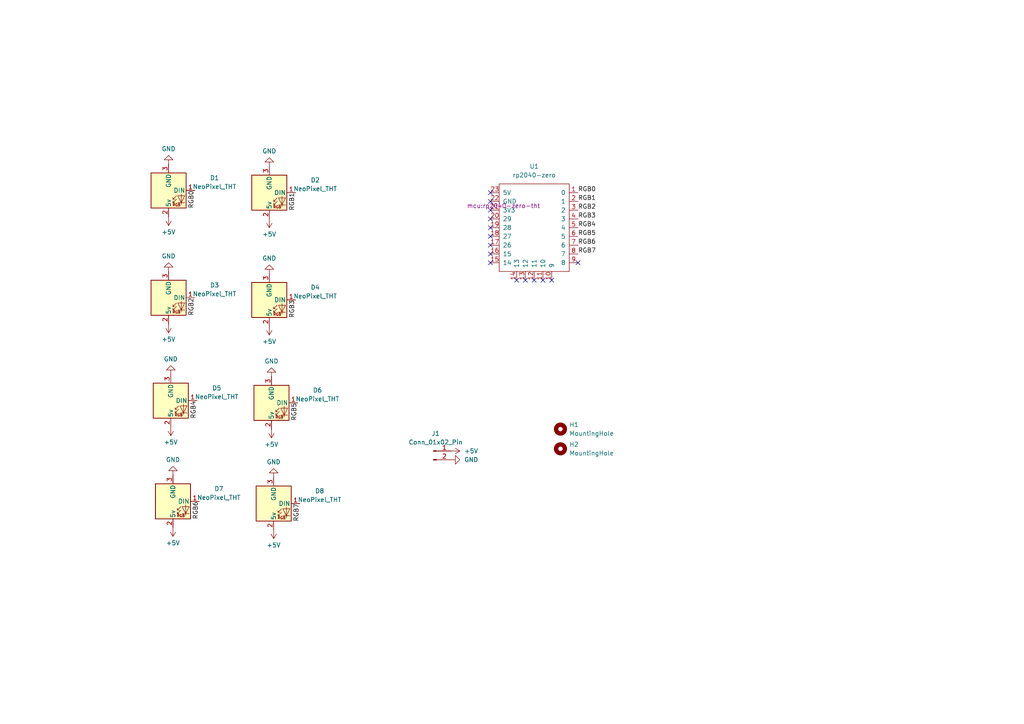
<source format=kicad_sch>
(kicad_sch (version 20230121) (generator eeschema)
  (paper "A4")
  (lib_symbols
    (symbol "Connector:Conn_01x02_Pin" (pin_names (offset 1.016) hide)
      (property "Reference" "J" (at 0 2.54 0))
      (property "Value" "Conn_01x02_Pin" (at 0 -5.08 0))
      (symbol "Conn_01x02_Pin_1_1"
        (polyline (pts (xy 1.27 -2.54) (xy 0.8636 -2.54)) (stroke (width 0.1524)))
        (polyline (pts (xy 1.27 0) (xy 0.8636 0)) (stroke (width 0.1524)))
        (rectangle (start 0.8636 -2.413) (end 0 -2.667) (stroke (width 0.1524)) (fill (type outline)))
        (rectangle (start 0.8636 0.127) (end 0 -0.127) (stroke (width 0.1524)) (fill (type outline)))
        (pin passive line (at 5.08 0 180) (length 3.81) (name "Pin_1") (number "1"))
        (pin passive line (at 5.08 -2.54 180) (length 3.81) (name "Pin_2") (number "2"))
      )
    )
    (symbol "LED:NeoPixel_THT" (pin_names (offset 0.254))
      (property "Reference" "D1" (at 13.335 3.6479 0))
      (property "Value" "NeoPixel_THT" (at 13.335 1.1079 0))
      (symbol "NeoPixel_THT_0_0"
        (text "RGB" (at 2.286 -4.191 0) (effects (font (size 0.762 0.762))))
      )
      (symbol "NeoPixel_THT_0_1"
        (rectangle (start -5.08 5.08) (end 5.08 -5.08) (stroke (width 0.254)) (fill (type background)))
        (polyline (pts (xy 1.27 -3.556) (xy 1.778 -3.556)))
        (polyline (pts (xy 1.27 -2.54) (xy 1.778 -2.54)))
        (polyline (pts (xy 4.699 -3.556) (xy 2.667 -3.556)))
        (polyline (pts (xy 2.286 -2.54) (xy 1.27 -3.556) (xy 1.27 -3.048)))
        (polyline (pts (xy 2.286 -1.524) (xy 1.27 -2.54) (xy 1.27 -2.032)))
        (polyline (pts (xy 3.683 -1.016) (xy 3.683 -3.556) (xy 3.683 -4.064)))
        (polyline (pts (xy 4.699 -1.524) (xy 2.667 -1.524) (xy 3.683 -3.556) (xy 4.699 -1.524)))
      )
      (symbol "NeoPixel_THT_1_1"
        (pin input line (at 7.62 0 180) (length 2.54) (name "DIN") (number "1"))
        (pin power_in line (at 0 -7.62 90) (length 2.54) (name "5v") (number "2"))
        (pin power_in line (at 0 7.62 270) (length 2.54) (name "GND") (number "3"))
      )
    )
    (symbol "Mechanical:MountingHole" (pin_names (offset 1.016))
      (property "Reference" "H" (at 0 5.08 0))
      (property "Value" "MountingHole" (at 0 3.175 0))
      (symbol "MountingHole_0_1"
        (circle (center 0 0) (radius 1.27) (stroke (width 1.27)))
      )
    )
    (symbol "mcu:rp2040-zero" (pin_names (offset 1.016))
      (property "Reference" "U" (at 0 15.24 0))
      (property "Value" "rp2040-zero" (at 0 12.7 0))
      (symbol "rp2040-zero_0_1"
        (rectangle (start -10.16 11.43) (end 10.16 -13.97))
      )
      (symbol "rp2040-zero_1_1"
        (pin bidirectional line (at 12.7 8.89 180) (length 2.54) (name "0") (number "1"))
        (pin bidirectional line (at 5.08 -16.51 90) (length 2.54) (name "9") (number "10"))
        (pin bidirectional line (at 2.54 -16.51 90) (length 2.54) (name "10") (number "11"))
        (pin bidirectional line (at 0 -16.51 90) (length 2.54) (name "11") (number "12"))
        (pin bidirectional line (at -2.54 -16.51 90) (length 2.54) (name "12") (number "13"))
        (pin bidirectional line (at -5.08 -16.51 90) (length 2.54) (name "13") (number "14"))
        (pin bidirectional line (at -12.7 -11.43 0) (length 2.54) (name "14") (number "15"))
        (pin bidirectional line (at -12.7 -8.89 0) (length 2.54) (name "15") (number "16"))
        (pin bidirectional line (at -12.7 -6.35 0) (length 2.54) (name "26") (number "17"))
        (pin bidirectional line (at -12.7 -3.81 0) (length 2.54) (name "27") (number "18"))
        (pin bidirectional line (at -12.7 -1.27 0) (length 2.54) (name "28") (number "19"))
        (pin bidirectional line (at 12.7 6.35 180) (length 2.54) (name "1") (number "2"))
        (pin bidirectional line (at -12.7 1.27 0) (length 2.54) (name "29") (number "20"))
        (pin power_out line (at -12.7 3.81 0) (length 2.54) (name "3V3") (number "21"))
        (pin power_out line (at -12.7 6.35 0) (length 2.54) (name "GND") (number "22"))
        (pin power_out line (at -12.7 8.89 0) (length 2.54) (name "5V") (number "23"))
        (pin bidirectional line (at 12.7 3.81 180) (length 2.54) (name "2") (number "3"))
        (pin bidirectional line (at 12.7 1.27 180) (length 2.54) (name "3") (number "4"))
        (pin bidirectional line (at 12.7 -1.27 180) (length 2.54) (name "4") (number "5"))
        (pin bidirectional line (at 12.7 -3.81 180) (length 2.54) (name "5") (number "6"))
        (pin bidirectional line (at 12.7 -6.35 180) (length 2.54) (name "6") (number "7"))
        (pin bidirectional line (at 12.7 -8.89 180) (length 2.54) (name "7") (number "8"))
        (pin bidirectional line (at 12.7 -11.43 180) (length 2.54) (name "8") (number "9"))
      )
    )
    (symbol "power:+5V" (power) (pin_names (offset 0))
      (property "Value" "+5V" (at 0 3.556 0))
      (symbol "+5V_0_1"
        (polyline (pts (xy -0.762 1.27) (xy 0 2.54)))
        (polyline (pts (xy 0 0) (xy 0 2.54)))
        (polyline (pts (xy 0 2.54) (xy 0.762 1.27)))
      )
      (symbol "+5V_1_1"
        (pin power_in line (at 0 0 90) (length 0) hide (name "+5V") (number "1"))
      )
    )
    (symbol "power:GND" (power) (pin_names (offset 0))
      (property "Value" "GND" (at 0 -3.81 0))
      (symbol "GND_0_1"
        (polyline (pts (xy 0 0) (xy 0 -1.27) (xy 1.27 -1.27) (xy 0 -2.54) (xy -1.27 -1.27) (xy 0 -1.27)))
      )
      (symbol "GND_1_1"
        (pin power_in line (at 0 0 270) (length 0) hide (name "GND") (number "1"))
      )
    )
  )
  (no_connect (at 142.24 66.04))
  (no_connect (at 152.4 81.28))
  (no_connect (at 142.24 68.58))
  (no_connect (at 142.24 60.96))
  (no_connect (at 142.24 55.88))
  (no_connect (at 142.24 73.66))
  (no_connect (at 160.02 81.28))
  (no_connect (at 149.86 81.28))
  (no_connect (at 142.24 76.2))
  (no_connect (at 142.24 63.5))
  (no_connect (at 142.24 58.42))
  (no_connect (at 142.24 71.12))
  (no_connect (at 154.94 81.28))
  (no_connect (at 167.64 76.2))
  (no_connect (at 157.48 81.28))
  (label "RGB6" (at 57.785 145.415 270))
  (label "RGB4" (at 167.64 66.04 0))
  (label "RGB3" (at 85.725 86.995 270))
  (label "RGB1" (at 85.725 55.88 270))
  (label "RGB5" (at 167.64 68.58 0))
  (label "RGB5" (at 86.36 116.84 270))
  (label "RGB0" (at 167.64 55.88 0))
  (label "RGB2" (at 167.64 60.96 0))
  (label "RGB2" (at 56.515 86.36 270))
  (label "RGB0" (at 56.515 55.245 270))
  (label "RGB7" (at 167.64 73.66 0))
  (label "RGB1" (at 167.64 58.42 0))
  (label "RGB4" (at 57.15 116.205 270))
  (label "RGB7" (at 86.995 146.05 270))
  (label "RGB3" (at 167.64 63.5 0))
  (label "RGB6" (at 167.64 71.12 0))
  (symbol (lib_id "LED:NeoPixel_THT") (at 78.105 55.88 0) (unit 1)
    (property "Reference" "D2" (at 91.44 52.2321 0))
    (property "Value" "NeoPixel_THT" (at 91.44 54.7721 0))
    (property "Footprint" "Connector_JST:JST_XH_B3B-XH-A_1x03_P2.50mm_Vertical" (effects hide))
    (property "Datasheet" "https://www.adafruit.com/product/1938" (effects hide))
  )
  (symbol (lib_id "mcu:rp2040-zero") (at 154.94 64.77 0) (unit 1)
    (property "Reference" "U1" (at 154.94 48.26 0))
    (property "Value" "rp2040-zero" (at 154.94 50.8 0))
    (property "Footprint" "mcu:rp2040-zero-tht" (at 146.05 59.69 0))
  )
  (symbol (lib_id "power:GND") (at 48.895 47.625 180) (unit 1)
    (property "Reference" "#PWR02" (effects hide))
    (property "Value" "GND" (at 48.895 43.18 0))
  )
  (symbol (lib_id "LED:NeoPixel_THT") (at 79.375 146.05 0) (unit 1)
    (property "Reference" "D8" (at 92.71 142.4021 0))
    (property "Value" "NeoPixel_THT" (at 92.71 144.9421 0))
    (property "Footprint" "Connector_JST:JST_XH_B3B-XH-A_1x03_P2.50mm_Vertical" (effects hide))
    (property "Datasheet" "https://www.adafruit.com/product/1938" (effects hide))
  )
  (symbol (lib_id "LED:NeoPixel_THT") (at 48.895 86.36 0) (unit 1)
    (property "Reference" "D3" (at 62.23 82.7121 0))
    (property "Value" "NeoPixel_THT" (at 62.23 85.2521 0))
    (property "Footprint" "Connector_JST:JST_XH_B3B-XH-A_1x03_P2.50mm_Vertical" (effects hide))
    (property "Datasheet" "https://www.adafruit.com/product/1938" (effects hide))
  )
  (symbol (lib_id "LED:NeoPixel_THT") (at 50.165 145.415 0) (unit 1)
    (property "Reference" "D7" (at 63.5 141.7671 0))
    (property "Value" "NeoPixel_THT" (at 63.5 144.3071 0))
    (property "Footprint" "Connector_JST:JST_XH_B3B-XH-A_1x03_P2.50mm_Vertical" (effects hide))
    (property "Datasheet" "https://www.adafruit.com/product/1938" (effects hide))
  )
  (symbol (lib_id "power:GND") (at 79.375 138.43 180) (unit 1)
    (property "Reference" "#PWR015" (effects hide))
    (property "Value" "GND" (at 79.375 133.985 0))
  )
  (symbol (lib_id "LED:NeoPixel_THT") (at 48.895 55.245 0) (unit 1)
    (property "Reference" "D1" (at 62.23 51.5971 0))
    (property "Value" "NeoPixel_THT" (at 62.23 54.1371 0))
    (property "Footprint" "Connector_JST:JST_XH_B3B-XH-A_1x03_P2.50mm_Vertical" (effects hide))
    (property "Datasheet" "https://www.adafruit.com/product/1938" (effects hide))
  )
  (symbol (lib_id "power:GND") (at 130.81 133.35 90) (unit 1)
    (property "Reference" "#PWR018" (effects hide))
    (property "Value" "GND" (at 134.62 133.35 90) (effects (justify right)))
  )
  (symbol (lib_id "power:+5V") (at 78.105 94.615 180) (unit 1)
    (property "Reference" "#PWR08" (effects hide))
    (property "Value" "+5V" (at 78.105 99.06 0))
  )
  (symbol (lib_id "LED:NeoPixel_THT") (at 78.105 86.995 0) (unit 1)
    (property "Reference" "D4" (at 91.44 83.3471 0))
    (property "Value" "NeoPixel_THT" (at 91.44 85.8871 0))
    (property "Footprint" "Connector_JST:JST_XH_B3B-XH-A_1x03_P2.50mm_Vertical" (effects hide))
    (property "Datasheet" "https://www.adafruit.com/product/1938" (effects hide))
  )
  (symbol (lib_id "Connector:Conn_01x02_Pin") (at 125.73 130.81 0) (unit 1)
    (property "Reference" "J1" (at 126.365 125.73 0))
    (property "Value" "Conn_01x02_Pin" (at 126.365 128.27 0))
    (property "Footprint" "TerminalBlock_Phoenix:TerminalBlock_Phoenix_MKDS-1,5-2_1x02_P5.00mm_Horizontal" (effects hide))
  )
  (symbol (lib_id "LED:NeoPixel_THT") (at 78.74 116.84 0) (unit 1)
    (property "Reference" "D6" (at 92.075 113.1921 0))
    (property "Value" "NeoPixel_THT" (at 92.075 115.7321 0))
    (property "Footprint" "Connector_JST:JST_XH_B3B-XH-A_1x03_P2.50mm_Vertical" (effects hide))
    (property "Datasheet" "https://www.adafruit.com/product/1938" (effects hide))
  )
  (symbol (lib_id "power:GND") (at 48.895 78.74 180) (unit 1)
    (property "Reference" "#PWR05" (effects hide))
    (property "Value" "GND" (at 48.895 74.295 0))
  )
  (symbol (lib_id "power:GND") (at 49.53 108.585 180) (unit 1)
    (property "Reference" "#PWR09" (effects hide))
    (property "Value" "GND" (at 49.53 104.14 0))
  )
  (symbol (lib_id "power:+5V") (at 50.165 153.035 180) (unit 1)
    (property "Reference" "#PWR014" (effects hide))
    (property "Value" "+5V" (at 50.165 157.48 0))
  )
  (symbol (lib_id "power:+5V") (at 78.105 63.5 180) (unit 1)
    (property "Reference" "#PWR04" (effects hide))
    (property "Value" "+5V" (at 78.105 67.945 0))
  )
  (symbol (lib_id "power:GND") (at 78.105 48.26 180) (unit 1)
    (property "Reference" "#PWR03" (effects hide))
    (property "Value" "GND" (at 78.105 43.815 0))
  )
  (symbol (lib_id "power:+5V") (at 48.895 62.865 180) (unit 1)
    (property "Reference" "#PWR01" (effects hide))
    (property "Value" "+5V" (at 48.895 67.31 0))
  )
  (symbol (lib_id "power:GND") (at 50.165 137.795 180) (unit 1)
    (property "Reference" "#PWR013" (effects hide))
    (property "Value" "GND" (at 50.165 133.35 0))
  )
  (symbol (lib_id "LED:NeoPixel_THT") (at 49.53 116.205 0) (unit 1)
    (property "Reference" "D5" (at 62.865 112.5571 0))
    (property "Value" "NeoPixel_THT" (at 62.865 115.0971 0))
    (property "Footprint" "Connector_JST:JST_XH_B3B-XH-A_1x03_P2.50mm_Vertical" (effects hide))
    (property "Datasheet" "https://www.adafruit.com/product/1938" (effects hide))
  )
  (symbol (lib_id "power:+5V") (at 49.53 123.825 180) (unit 1)
    (property "Reference" "#PWR010" (effects hide))
    (property "Value" "+5V" (at 49.53 128.27 0))
  )
  (symbol (lib_id "Mechanical:MountingHole") (at 162.56 130.175 0) (unit 1)
    (property "Reference" "H2" (at 165.1 128.905 0) (effects (justify left)))
    (property "Value" "MountingHole" (at 165.1 131.445 0) (effects (justify left)))
    (property "Footprint" "MountingHole:MountingHole_3.2mm_M3_DIN965_Pad" (effects hide))
  )
  (symbol (lib_id "Mechanical:MountingHole") (at 162.56 124.46 0) (unit 1)
    (property "Reference" "H1" (at 165.1 123.19 0) (effects (justify left)))
    (property "Value" "MountingHole" (at 165.1 125.73 0) (effects (justify left)))
    (property "Footprint" "MountingHole:MountingHole_3.2mm_M3_DIN965_Pad" (effects hide))
  )
  (symbol (lib_id "power:+5V") (at 48.895 93.98 180) (unit 1)
    (property "Reference" "#PWR06" (effects hide))
    (property "Value" "+5V" (at 48.895 98.425 0))
  )
  (symbol (lib_id "power:+5V") (at 78.74 124.46 180) (unit 1)
    (property "Reference" "#PWR012" (effects hide))
    (property "Value" "+5V" (at 78.74 128.905 0))
  )
  (symbol (lib_id "power:GND") (at 78.105 79.375 180) (unit 1)
    (property "Reference" "#PWR07" (effects hide))
    (property "Value" "GND" (at 78.105 74.93 0))
  )
  (symbol (lib_id "power:+5V") (at 130.81 130.81 270) (unit 1)
    (property "Reference" "#PWR017" (effects hide))
    (property "Value" "+5V" (at 134.62 130.81 90) (effects (justify left)))
  )
  (symbol (lib_id "power:+5V") (at 79.375 153.67 180) (unit 1)
    (property "Reference" "#PWR016" (effects hide))
    (property "Value" "+5V" (at 79.375 158.115 0))
  )
  (symbol (lib_id "power:GND") (at 78.74 109.22 180) (unit 1)
    (property "Reference" "#PWR011" (effects hide))
    (property "Value" "GND" (at 78.74 104.775 0))
  )
)
</source>
